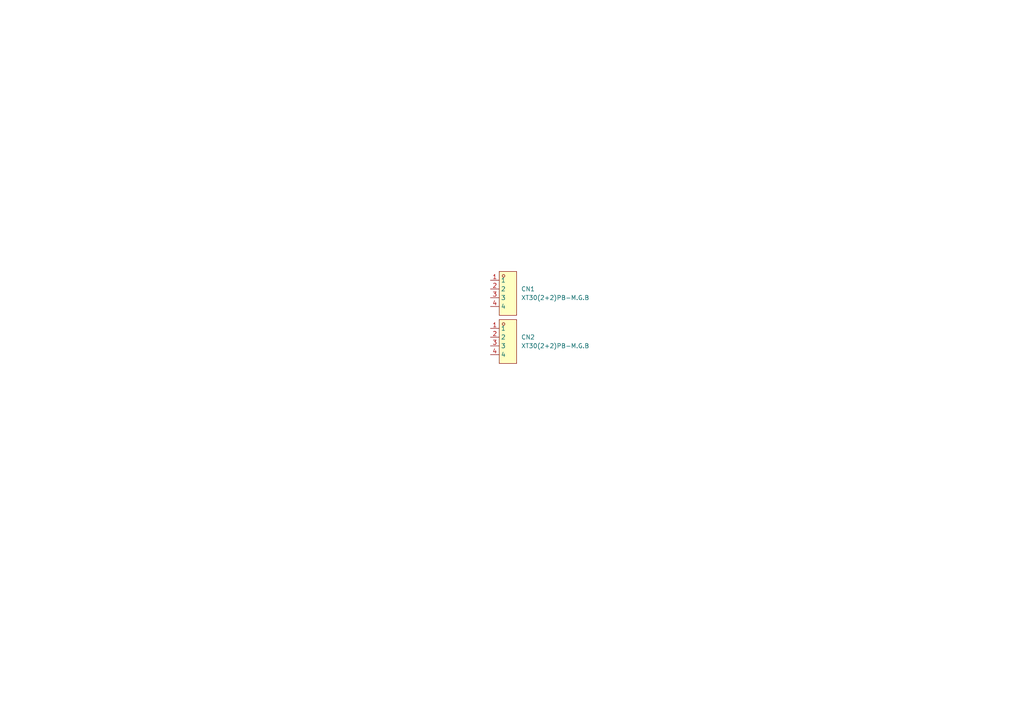
<source format=kicad_sch>
(kicad_sch (version 20250114) (generator "eeschema") (generator_version "9.0")
  (paper "A4")
  (lib_symbols
    (symbol "easyeda:XT30(2+2)PB-M.G.B"
      (property "Reference" "CN" (at 0 8.89 0))
      (property "Value" "XT30(2+2)PB-M.G.B" (at 0 -8.89 0))
      (symbol "XT30(2+2)PB-M.G.B_0_1"
        (rectangle (start -2.54 6.35) (end 2.54 -6.35) (fill (type background)))
        (circle (center -1.27 5.08) (radius 0.38))
        (pin unspecified line (at -5.08 3.81 0) (length 2.54) (name "1") (number "1"))
        (pin unspecified line (at -5.08 1.27 0) (length 2.54) (name "2") (number "2"))
        (pin unspecified line (at -5.08 -1.27 0) (length 2.54) (name "3") (number "3"))
        (pin unspecified line (at -5.08 -3.81 0) (length 2.54) (name "4") (number "4"))
      )
    )
  )
  (symbol (lib_id "easyeda:XT30(2+2)PB-M.G.B") (at 147.32 85.09 0) (unit 1)
    (property "Reference" "CN1" (at 151.13 83.8199 0) (effects (justify left)))
    (property "Value" "XT30(2+2)PB-M.G.B" (at 151.13 86.3599 0) (effects (justify left)))
    (property "Footprint" "easyeda:CONN-TH_XT30PB-M" (effects (hide yes)))
    (property "LCSC Part" "C19268029" (effects (hide yes)))
  )
  (symbol (lib_id "easyeda:XT30(2+2)PB-M.G.B") (at 147.32 99.06 0) (unit 1)
    (property "Reference" "CN2" (at 151.13 97.7899 0) (effects (justify left)))
    (property "Value" "XT30(2+2)PB-M.G.B" (at 151.13 100.3299 0) (effects (justify left)))
    (property "Footprint" "easyeda:CONN-TH_XT30PB-M" (effects (hide yes)))
    (property "LCSC Part" "C19268029" (effects (hide yes)))
  )
)
</source>
